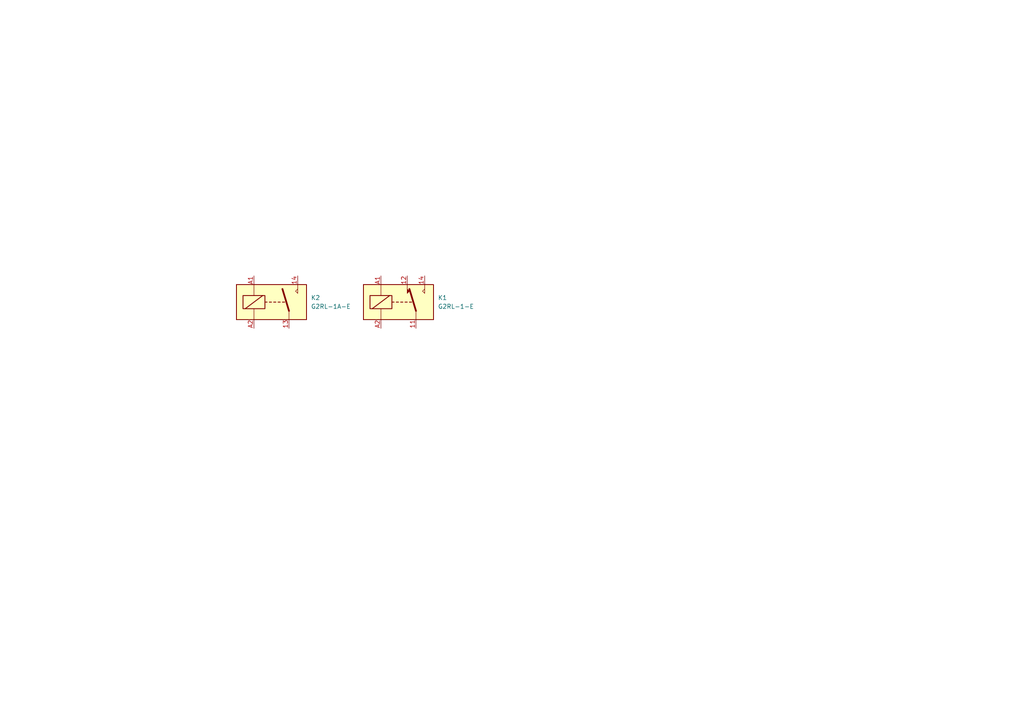
<source format=kicad_sch>
(kicad_sch (version 20250114) (generator "eeschema") (generator_version "9.0")
  (paper "A4")
  (lib_symbols
    (symbol "Relay:G2RL-1-E"
      (property "Reference" "K" (at 11.43 3.81 0))
      (property "Value" "G2RL-1-E" (at 11.43 1.27 0))
      (symbol "G2RL-1-E_0_0"
        (polyline (pts (xy 7.62 5.08) (xy 7.62 2.54) (xy 6.985 3.175) (xy 7.62 3.81)))
      )
      (symbol "G2RL-1-E_0_1"
        (rectangle (start -10.16 5.08) (end 10.16 -5.08) (stroke (width 0.254)) (fill (type background)))
        (rectangle (start -8.255 1.905) (end -1.905 -1.905) (stroke (width 0.254)))
        (polyline (pts (xy -7.62 -1.905) (xy -2.54 1.905)) (stroke (width 0.254)))
        (polyline (pts (xy -5.08 5.08) (xy -5.08 1.905)))
        (polyline (pts (xy -5.08 -5.08) (xy -5.08 -1.905)))
        (polyline (pts (xy -1.905 0) (xy -1.27 0)) (stroke (width 0.254)))
        (polyline (pts (xy -0.635 0) (xy 0 0)) (stroke (width 0.254)))
        (polyline (pts (xy 0.635 0) (xy 1.27 0)) (stroke (width 0.254)))
        (polyline (pts (xy 1.905 0) (xy 2.54 0)) (stroke (width 0.254)))
        (polyline (pts (xy 2.54 5.08) (xy 2.54 2.54) (xy 3.175 3.175) (xy 2.54 3.81)) (fill (type outline)))
        (polyline (pts (xy 3.175 0) (xy 3.81 0)) (stroke (width 0.254)))
        (polyline (pts (xy 5.08 -2.54) (xy 3.175 3.81)) (stroke (width 0.508)))
        (polyline (pts (xy 5.08 -2.54) (xy 5.08 -5.08)))
      )
      (symbol "G2RL-1-E_1_1"
        (pin passive line (at -5.08 7.62 270) (length 2.54) (name "~") (number "A1"))
        (pin passive line (at -5.08 -7.62 90) (length 2.54) (name "~") (number "A2"))
        (pin passive line (at 2.54 7.62 270) (length 2.54) (name "~") (number "12"))
        (pin passive line (at 5.08 -7.62 90) (length 2.54) (name "~") (number "11"))
        (pin passive line (at 7.62 7.62 270) (length 2.54) (name "~") (number "14"))
      )
    )
    (symbol "Relay:G2RL-1A-E"
      (property "Reference" "K" (at 11.43 3.81 0))
      (property "Value" "G2RL-1A-E" (at 11.43 1.27 0))
      (symbol "G2RL-1A-E_0_0"
        (polyline (pts (xy 7.62 5.08) (xy 7.62 2.54) (xy 6.985 3.175) (xy 7.62 3.81)))
      )
      (symbol "G2RL-1A-E_0_1"
        (rectangle (start -10.16 5.08) (end 10.16 -5.08) (stroke (width 0.254)) (fill (type background)))
        (rectangle (start -8.255 1.905) (end -1.905 -1.905) (stroke (width 0.254)))
        (polyline (pts (xy -7.62 -1.905) (xy -2.54 1.905)) (stroke (width 0.254)))
        (polyline (pts (xy -5.08 5.08) (xy -5.08 1.905)))
        (polyline (pts (xy -5.08 -5.08) (xy -5.08 -1.905)))
        (polyline (pts (xy -1.905 0) (xy -1.27 0)) (stroke (width 0.254)))
        (polyline (pts (xy -0.635 0) (xy 0 0)) (stroke (width 0.254)))
        (polyline (pts (xy 0.635 0) (xy 1.27 0)) (stroke (width 0.254)))
        (polyline (pts (xy 1.905 0) (xy 2.54 0)) (stroke (width 0.254)))
        (polyline (pts (xy 3.175 0) (xy 3.81 0)) (stroke (width 0.254)))
        (polyline (pts (xy 5.08 -2.54) (xy 3.175 3.81)) (stroke (width 0.508)))
        (polyline (pts (xy 5.08 -2.54) (xy 5.08 -5.08)))
      )
      (symbol "G2RL-1A-E_1_1"
        (pin passive line (at -5.08 7.62 270) (length 2.54) (name "~") (number "A1"))
        (pin passive line (at -5.08 -7.62 90) (length 2.54) (name "~") (number "A2"))
        (pin passive line (at 5.08 -7.62 90) (length 2.54) (name "~") (number "13"))
        (pin passive line (at 7.62 7.62 270) (length 2.54) (name "~") (number "14"))
      )
    )
  )
  (symbol (lib_id "Relay:G2RL-1A-E") (at 78.74 87.63 0) (unit 1)
    (property "Reference" "K2" (at 90.17 86.3599 0) (effects (justify left)))
    (property "Value" "G2RL-1A-E" (at 90.17 88.8999 0) (effects (justify left)))
    (property "Footprint" "Relay_THT:Relay_SPST_Omron_G2RL-1A-E" (effects (hide yes)))
    (property "Datasheet" "https://omronfs.omron.com/en_US/ecb/products/pdf/en-g2rl.pdf" (effects (hide yes)))
    (property "Description" "General Purpose Low Profile Relay SPST Through Hole High Capacity, Omron G2RL series, Normally Open, 16A 250VAC" (effects (hide yes)))
  )
  (symbol (lib_id "Relay:G2RL-1-E") (at 115.57 87.63 0) (unit 1)
    (property "Reference" "K1" (at 127 86.3599 0) (effects (justify left)))
    (property "Value" "G2RL-1-E" (at 127 88.8999 0) (effects (justify left)))
    (property "Footprint" "Relay_THT:Relay_SPDT_Omron_G2RL-1-E" (effects (hide yes)))
    (property "Datasheet" "https://omronfs.omron.com/en_US/ecb/products/pdf/en-g2rl.pdf" (effects (hide yes)))
    (property "Description" "General Purpose Low Profile Relay SPDT Through Hole High Capacity, Omron G2RL series, 16A 250VAC" (effects (hide yes)))
  )
)
</source>
